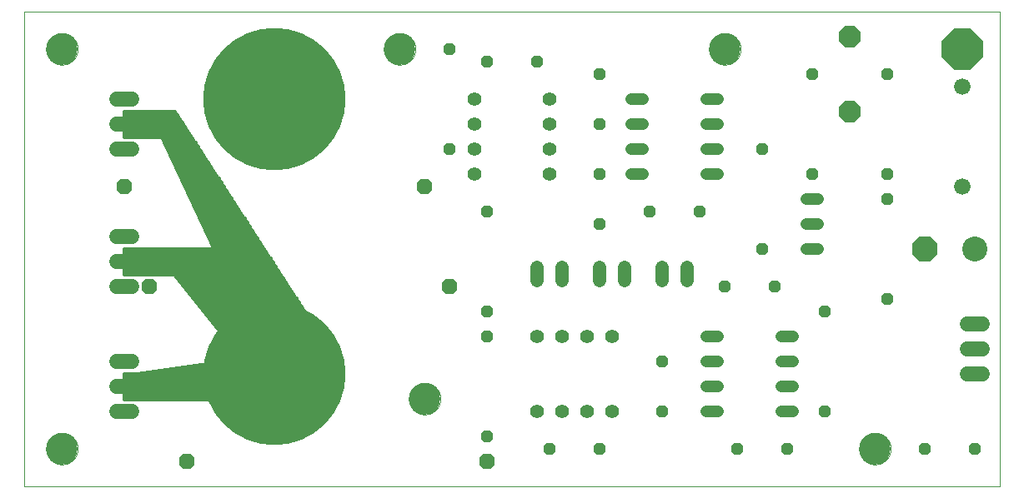
<source format=gts>
G75*
%MOIN*%
%OFA0B0*%
%FSLAX25Y25*%
%IPPOS*%
%LPD*%
%AMOC8*
5,1,8,0,0,1.08239X$1,22.5*
%
%ADD10C,0.00000*%
%ADD11C,0.12598*%
%ADD12C,0.01600*%
%ADD13C,0.10000*%
%ADD14OC8,0.10000*%
%ADD15OC8,0.04800*%
%ADD16C,0.04800*%
%ADD17C,0.05512*%
%ADD18C,0.05400*%
%ADD19OC8,0.16400*%
%ADD20C,0.57000*%
%ADD21C,0.06000*%
%ADD22OC8,0.06300*%
%ADD23C,0.06600*%
%ADD24OC8,0.08500*%
D10*
X0003000Y0003000D02*
X0003000Y0193000D01*
X0393000Y0193000D01*
X0393000Y0003000D01*
X0003000Y0003000D01*
X0011701Y0018000D02*
X0011703Y0018158D01*
X0011709Y0018316D01*
X0011719Y0018474D01*
X0011733Y0018632D01*
X0011751Y0018789D01*
X0011772Y0018946D01*
X0011798Y0019102D01*
X0011828Y0019258D01*
X0011861Y0019413D01*
X0011899Y0019566D01*
X0011940Y0019719D01*
X0011985Y0019871D01*
X0012034Y0020022D01*
X0012087Y0020171D01*
X0012143Y0020319D01*
X0012203Y0020465D01*
X0012267Y0020610D01*
X0012335Y0020753D01*
X0012406Y0020895D01*
X0012480Y0021035D01*
X0012558Y0021172D01*
X0012640Y0021308D01*
X0012724Y0021442D01*
X0012813Y0021573D01*
X0012904Y0021702D01*
X0012999Y0021829D01*
X0013096Y0021954D01*
X0013197Y0022076D01*
X0013301Y0022195D01*
X0013408Y0022312D01*
X0013518Y0022426D01*
X0013631Y0022537D01*
X0013746Y0022646D01*
X0013864Y0022751D01*
X0013985Y0022853D01*
X0014108Y0022953D01*
X0014234Y0023049D01*
X0014362Y0023142D01*
X0014492Y0023232D01*
X0014625Y0023318D01*
X0014760Y0023402D01*
X0014896Y0023481D01*
X0015035Y0023558D01*
X0015176Y0023630D01*
X0015318Y0023700D01*
X0015462Y0023765D01*
X0015608Y0023827D01*
X0015755Y0023885D01*
X0015904Y0023940D01*
X0016054Y0023991D01*
X0016205Y0024038D01*
X0016357Y0024081D01*
X0016510Y0024120D01*
X0016665Y0024156D01*
X0016820Y0024187D01*
X0016976Y0024215D01*
X0017132Y0024239D01*
X0017289Y0024259D01*
X0017447Y0024275D01*
X0017604Y0024287D01*
X0017763Y0024295D01*
X0017921Y0024299D01*
X0018079Y0024299D01*
X0018237Y0024295D01*
X0018396Y0024287D01*
X0018553Y0024275D01*
X0018711Y0024259D01*
X0018868Y0024239D01*
X0019024Y0024215D01*
X0019180Y0024187D01*
X0019335Y0024156D01*
X0019490Y0024120D01*
X0019643Y0024081D01*
X0019795Y0024038D01*
X0019946Y0023991D01*
X0020096Y0023940D01*
X0020245Y0023885D01*
X0020392Y0023827D01*
X0020538Y0023765D01*
X0020682Y0023700D01*
X0020824Y0023630D01*
X0020965Y0023558D01*
X0021104Y0023481D01*
X0021240Y0023402D01*
X0021375Y0023318D01*
X0021508Y0023232D01*
X0021638Y0023142D01*
X0021766Y0023049D01*
X0021892Y0022953D01*
X0022015Y0022853D01*
X0022136Y0022751D01*
X0022254Y0022646D01*
X0022369Y0022537D01*
X0022482Y0022426D01*
X0022592Y0022312D01*
X0022699Y0022195D01*
X0022803Y0022076D01*
X0022904Y0021954D01*
X0023001Y0021829D01*
X0023096Y0021702D01*
X0023187Y0021573D01*
X0023276Y0021442D01*
X0023360Y0021308D01*
X0023442Y0021172D01*
X0023520Y0021035D01*
X0023594Y0020895D01*
X0023665Y0020753D01*
X0023733Y0020610D01*
X0023797Y0020465D01*
X0023857Y0020319D01*
X0023913Y0020171D01*
X0023966Y0020022D01*
X0024015Y0019871D01*
X0024060Y0019719D01*
X0024101Y0019566D01*
X0024139Y0019413D01*
X0024172Y0019258D01*
X0024202Y0019102D01*
X0024228Y0018946D01*
X0024249Y0018789D01*
X0024267Y0018632D01*
X0024281Y0018474D01*
X0024291Y0018316D01*
X0024297Y0018158D01*
X0024299Y0018000D01*
X0024297Y0017842D01*
X0024291Y0017684D01*
X0024281Y0017526D01*
X0024267Y0017368D01*
X0024249Y0017211D01*
X0024228Y0017054D01*
X0024202Y0016898D01*
X0024172Y0016742D01*
X0024139Y0016587D01*
X0024101Y0016434D01*
X0024060Y0016281D01*
X0024015Y0016129D01*
X0023966Y0015978D01*
X0023913Y0015829D01*
X0023857Y0015681D01*
X0023797Y0015535D01*
X0023733Y0015390D01*
X0023665Y0015247D01*
X0023594Y0015105D01*
X0023520Y0014965D01*
X0023442Y0014828D01*
X0023360Y0014692D01*
X0023276Y0014558D01*
X0023187Y0014427D01*
X0023096Y0014298D01*
X0023001Y0014171D01*
X0022904Y0014046D01*
X0022803Y0013924D01*
X0022699Y0013805D01*
X0022592Y0013688D01*
X0022482Y0013574D01*
X0022369Y0013463D01*
X0022254Y0013354D01*
X0022136Y0013249D01*
X0022015Y0013147D01*
X0021892Y0013047D01*
X0021766Y0012951D01*
X0021638Y0012858D01*
X0021508Y0012768D01*
X0021375Y0012682D01*
X0021240Y0012598D01*
X0021104Y0012519D01*
X0020965Y0012442D01*
X0020824Y0012370D01*
X0020682Y0012300D01*
X0020538Y0012235D01*
X0020392Y0012173D01*
X0020245Y0012115D01*
X0020096Y0012060D01*
X0019946Y0012009D01*
X0019795Y0011962D01*
X0019643Y0011919D01*
X0019490Y0011880D01*
X0019335Y0011844D01*
X0019180Y0011813D01*
X0019024Y0011785D01*
X0018868Y0011761D01*
X0018711Y0011741D01*
X0018553Y0011725D01*
X0018396Y0011713D01*
X0018237Y0011705D01*
X0018079Y0011701D01*
X0017921Y0011701D01*
X0017763Y0011705D01*
X0017604Y0011713D01*
X0017447Y0011725D01*
X0017289Y0011741D01*
X0017132Y0011761D01*
X0016976Y0011785D01*
X0016820Y0011813D01*
X0016665Y0011844D01*
X0016510Y0011880D01*
X0016357Y0011919D01*
X0016205Y0011962D01*
X0016054Y0012009D01*
X0015904Y0012060D01*
X0015755Y0012115D01*
X0015608Y0012173D01*
X0015462Y0012235D01*
X0015318Y0012300D01*
X0015176Y0012370D01*
X0015035Y0012442D01*
X0014896Y0012519D01*
X0014760Y0012598D01*
X0014625Y0012682D01*
X0014492Y0012768D01*
X0014362Y0012858D01*
X0014234Y0012951D01*
X0014108Y0013047D01*
X0013985Y0013147D01*
X0013864Y0013249D01*
X0013746Y0013354D01*
X0013631Y0013463D01*
X0013518Y0013574D01*
X0013408Y0013688D01*
X0013301Y0013805D01*
X0013197Y0013924D01*
X0013096Y0014046D01*
X0012999Y0014171D01*
X0012904Y0014298D01*
X0012813Y0014427D01*
X0012724Y0014558D01*
X0012640Y0014692D01*
X0012558Y0014828D01*
X0012480Y0014965D01*
X0012406Y0015105D01*
X0012335Y0015247D01*
X0012267Y0015390D01*
X0012203Y0015535D01*
X0012143Y0015681D01*
X0012087Y0015829D01*
X0012034Y0015978D01*
X0011985Y0016129D01*
X0011940Y0016281D01*
X0011899Y0016434D01*
X0011861Y0016587D01*
X0011828Y0016742D01*
X0011798Y0016898D01*
X0011772Y0017054D01*
X0011751Y0017211D01*
X0011733Y0017368D01*
X0011719Y0017526D01*
X0011709Y0017684D01*
X0011703Y0017842D01*
X0011701Y0018000D01*
X0156701Y0038000D02*
X0156703Y0038158D01*
X0156709Y0038316D01*
X0156719Y0038474D01*
X0156733Y0038632D01*
X0156751Y0038789D01*
X0156772Y0038946D01*
X0156798Y0039102D01*
X0156828Y0039258D01*
X0156861Y0039413D01*
X0156899Y0039566D01*
X0156940Y0039719D01*
X0156985Y0039871D01*
X0157034Y0040022D01*
X0157087Y0040171D01*
X0157143Y0040319D01*
X0157203Y0040465D01*
X0157267Y0040610D01*
X0157335Y0040753D01*
X0157406Y0040895D01*
X0157480Y0041035D01*
X0157558Y0041172D01*
X0157640Y0041308D01*
X0157724Y0041442D01*
X0157813Y0041573D01*
X0157904Y0041702D01*
X0157999Y0041829D01*
X0158096Y0041954D01*
X0158197Y0042076D01*
X0158301Y0042195D01*
X0158408Y0042312D01*
X0158518Y0042426D01*
X0158631Y0042537D01*
X0158746Y0042646D01*
X0158864Y0042751D01*
X0158985Y0042853D01*
X0159108Y0042953D01*
X0159234Y0043049D01*
X0159362Y0043142D01*
X0159492Y0043232D01*
X0159625Y0043318D01*
X0159760Y0043402D01*
X0159896Y0043481D01*
X0160035Y0043558D01*
X0160176Y0043630D01*
X0160318Y0043700D01*
X0160462Y0043765D01*
X0160608Y0043827D01*
X0160755Y0043885D01*
X0160904Y0043940D01*
X0161054Y0043991D01*
X0161205Y0044038D01*
X0161357Y0044081D01*
X0161510Y0044120D01*
X0161665Y0044156D01*
X0161820Y0044187D01*
X0161976Y0044215D01*
X0162132Y0044239D01*
X0162289Y0044259D01*
X0162447Y0044275D01*
X0162604Y0044287D01*
X0162763Y0044295D01*
X0162921Y0044299D01*
X0163079Y0044299D01*
X0163237Y0044295D01*
X0163396Y0044287D01*
X0163553Y0044275D01*
X0163711Y0044259D01*
X0163868Y0044239D01*
X0164024Y0044215D01*
X0164180Y0044187D01*
X0164335Y0044156D01*
X0164490Y0044120D01*
X0164643Y0044081D01*
X0164795Y0044038D01*
X0164946Y0043991D01*
X0165096Y0043940D01*
X0165245Y0043885D01*
X0165392Y0043827D01*
X0165538Y0043765D01*
X0165682Y0043700D01*
X0165824Y0043630D01*
X0165965Y0043558D01*
X0166104Y0043481D01*
X0166240Y0043402D01*
X0166375Y0043318D01*
X0166508Y0043232D01*
X0166638Y0043142D01*
X0166766Y0043049D01*
X0166892Y0042953D01*
X0167015Y0042853D01*
X0167136Y0042751D01*
X0167254Y0042646D01*
X0167369Y0042537D01*
X0167482Y0042426D01*
X0167592Y0042312D01*
X0167699Y0042195D01*
X0167803Y0042076D01*
X0167904Y0041954D01*
X0168001Y0041829D01*
X0168096Y0041702D01*
X0168187Y0041573D01*
X0168276Y0041442D01*
X0168360Y0041308D01*
X0168442Y0041172D01*
X0168520Y0041035D01*
X0168594Y0040895D01*
X0168665Y0040753D01*
X0168733Y0040610D01*
X0168797Y0040465D01*
X0168857Y0040319D01*
X0168913Y0040171D01*
X0168966Y0040022D01*
X0169015Y0039871D01*
X0169060Y0039719D01*
X0169101Y0039566D01*
X0169139Y0039413D01*
X0169172Y0039258D01*
X0169202Y0039102D01*
X0169228Y0038946D01*
X0169249Y0038789D01*
X0169267Y0038632D01*
X0169281Y0038474D01*
X0169291Y0038316D01*
X0169297Y0038158D01*
X0169299Y0038000D01*
X0169297Y0037842D01*
X0169291Y0037684D01*
X0169281Y0037526D01*
X0169267Y0037368D01*
X0169249Y0037211D01*
X0169228Y0037054D01*
X0169202Y0036898D01*
X0169172Y0036742D01*
X0169139Y0036587D01*
X0169101Y0036434D01*
X0169060Y0036281D01*
X0169015Y0036129D01*
X0168966Y0035978D01*
X0168913Y0035829D01*
X0168857Y0035681D01*
X0168797Y0035535D01*
X0168733Y0035390D01*
X0168665Y0035247D01*
X0168594Y0035105D01*
X0168520Y0034965D01*
X0168442Y0034828D01*
X0168360Y0034692D01*
X0168276Y0034558D01*
X0168187Y0034427D01*
X0168096Y0034298D01*
X0168001Y0034171D01*
X0167904Y0034046D01*
X0167803Y0033924D01*
X0167699Y0033805D01*
X0167592Y0033688D01*
X0167482Y0033574D01*
X0167369Y0033463D01*
X0167254Y0033354D01*
X0167136Y0033249D01*
X0167015Y0033147D01*
X0166892Y0033047D01*
X0166766Y0032951D01*
X0166638Y0032858D01*
X0166508Y0032768D01*
X0166375Y0032682D01*
X0166240Y0032598D01*
X0166104Y0032519D01*
X0165965Y0032442D01*
X0165824Y0032370D01*
X0165682Y0032300D01*
X0165538Y0032235D01*
X0165392Y0032173D01*
X0165245Y0032115D01*
X0165096Y0032060D01*
X0164946Y0032009D01*
X0164795Y0031962D01*
X0164643Y0031919D01*
X0164490Y0031880D01*
X0164335Y0031844D01*
X0164180Y0031813D01*
X0164024Y0031785D01*
X0163868Y0031761D01*
X0163711Y0031741D01*
X0163553Y0031725D01*
X0163396Y0031713D01*
X0163237Y0031705D01*
X0163079Y0031701D01*
X0162921Y0031701D01*
X0162763Y0031705D01*
X0162604Y0031713D01*
X0162447Y0031725D01*
X0162289Y0031741D01*
X0162132Y0031761D01*
X0161976Y0031785D01*
X0161820Y0031813D01*
X0161665Y0031844D01*
X0161510Y0031880D01*
X0161357Y0031919D01*
X0161205Y0031962D01*
X0161054Y0032009D01*
X0160904Y0032060D01*
X0160755Y0032115D01*
X0160608Y0032173D01*
X0160462Y0032235D01*
X0160318Y0032300D01*
X0160176Y0032370D01*
X0160035Y0032442D01*
X0159896Y0032519D01*
X0159760Y0032598D01*
X0159625Y0032682D01*
X0159492Y0032768D01*
X0159362Y0032858D01*
X0159234Y0032951D01*
X0159108Y0033047D01*
X0158985Y0033147D01*
X0158864Y0033249D01*
X0158746Y0033354D01*
X0158631Y0033463D01*
X0158518Y0033574D01*
X0158408Y0033688D01*
X0158301Y0033805D01*
X0158197Y0033924D01*
X0158096Y0034046D01*
X0157999Y0034171D01*
X0157904Y0034298D01*
X0157813Y0034427D01*
X0157724Y0034558D01*
X0157640Y0034692D01*
X0157558Y0034828D01*
X0157480Y0034965D01*
X0157406Y0035105D01*
X0157335Y0035247D01*
X0157267Y0035390D01*
X0157203Y0035535D01*
X0157143Y0035681D01*
X0157087Y0035829D01*
X0157034Y0035978D01*
X0156985Y0036129D01*
X0156940Y0036281D01*
X0156899Y0036434D01*
X0156861Y0036587D01*
X0156828Y0036742D01*
X0156798Y0036898D01*
X0156772Y0037054D01*
X0156751Y0037211D01*
X0156733Y0037368D01*
X0156719Y0037526D01*
X0156709Y0037684D01*
X0156703Y0037842D01*
X0156701Y0038000D01*
X0336701Y0018000D02*
X0336703Y0018158D01*
X0336709Y0018316D01*
X0336719Y0018474D01*
X0336733Y0018632D01*
X0336751Y0018789D01*
X0336772Y0018946D01*
X0336798Y0019102D01*
X0336828Y0019258D01*
X0336861Y0019413D01*
X0336899Y0019566D01*
X0336940Y0019719D01*
X0336985Y0019871D01*
X0337034Y0020022D01*
X0337087Y0020171D01*
X0337143Y0020319D01*
X0337203Y0020465D01*
X0337267Y0020610D01*
X0337335Y0020753D01*
X0337406Y0020895D01*
X0337480Y0021035D01*
X0337558Y0021172D01*
X0337640Y0021308D01*
X0337724Y0021442D01*
X0337813Y0021573D01*
X0337904Y0021702D01*
X0337999Y0021829D01*
X0338096Y0021954D01*
X0338197Y0022076D01*
X0338301Y0022195D01*
X0338408Y0022312D01*
X0338518Y0022426D01*
X0338631Y0022537D01*
X0338746Y0022646D01*
X0338864Y0022751D01*
X0338985Y0022853D01*
X0339108Y0022953D01*
X0339234Y0023049D01*
X0339362Y0023142D01*
X0339492Y0023232D01*
X0339625Y0023318D01*
X0339760Y0023402D01*
X0339896Y0023481D01*
X0340035Y0023558D01*
X0340176Y0023630D01*
X0340318Y0023700D01*
X0340462Y0023765D01*
X0340608Y0023827D01*
X0340755Y0023885D01*
X0340904Y0023940D01*
X0341054Y0023991D01*
X0341205Y0024038D01*
X0341357Y0024081D01*
X0341510Y0024120D01*
X0341665Y0024156D01*
X0341820Y0024187D01*
X0341976Y0024215D01*
X0342132Y0024239D01*
X0342289Y0024259D01*
X0342447Y0024275D01*
X0342604Y0024287D01*
X0342763Y0024295D01*
X0342921Y0024299D01*
X0343079Y0024299D01*
X0343237Y0024295D01*
X0343396Y0024287D01*
X0343553Y0024275D01*
X0343711Y0024259D01*
X0343868Y0024239D01*
X0344024Y0024215D01*
X0344180Y0024187D01*
X0344335Y0024156D01*
X0344490Y0024120D01*
X0344643Y0024081D01*
X0344795Y0024038D01*
X0344946Y0023991D01*
X0345096Y0023940D01*
X0345245Y0023885D01*
X0345392Y0023827D01*
X0345538Y0023765D01*
X0345682Y0023700D01*
X0345824Y0023630D01*
X0345965Y0023558D01*
X0346104Y0023481D01*
X0346240Y0023402D01*
X0346375Y0023318D01*
X0346508Y0023232D01*
X0346638Y0023142D01*
X0346766Y0023049D01*
X0346892Y0022953D01*
X0347015Y0022853D01*
X0347136Y0022751D01*
X0347254Y0022646D01*
X0347369Y0022537D01*
X0347482Y0022426D01*
X0347592Y0022312D01*
X0347699Y0022195D01*
X0347803Y0022076D01*
X0347904Y0021954D01*
X0348001Y0021829D01*
X0348096Y0021702D01*
X0348187Y0021573D01*
X0348276Y0021442D01*
X0348360Y0021308D01*
X0348442Y0021172D01*
X0348520Y0021035D01*
X0348594Y0020895D01*
X0348665Y0020753D01*
X0348733Y0020610D01*
X0348797Y0020465D01*
X0348857Y0020319D01*
X0348913Y0020171D01*
X0348966Y0020022D01*
X0349015Y0019871D01*
X0349060Y0019719D01*
X0349101Y0019566D01*
X0349139Y0019413D01*
X0349172Y0019258D01*
X0349202Y0019102D01*
X0349228Y0018946D01*
X0349249Y0018789D01*
X0349267Y0018632D01*
X0349281Y0018474D01*
X0349291Y0018316D01*
X0349297Y0018158D01*
X0349299Y0018000D01*
X0349297Y0017842D01*
X0349291Y0017684D01*
X0349281Y0017526D01*
X0349267Y0017368D01*
X0349249Y0017211D01*
X0349228Y0017054D01*
X0349202Y0016898D01*
X0349172Y0016742D01*
X0349139Y0016587D01*
X0349101Y0016434D01*
X0349060Y0016281D01*
X0349015Y0016129D01*
X0348966Y0015978D01*
X0348913Y0015829D01*
X0348857Y0015681D01*
X0348797Y0015535D01*
X0348733Y0015390D01*
X0348665Y0015247D01*
X0348594Y0015105D01*
X0348520Y0014965D01*
X0348442Y0014828D01*
X0348360Y0014692D01*
X0348276Y0014558D01*
X0348187Y0014427D01*
X0348096Y0014298D01*
X0348001Y0014171D01*
X0347904Y0014046D01*
X0347803Y0013924D01*
X0347699Y0013805D01*
X0347592Y0013688D01*
X0347482Y0013574D01*
X0347369Y0013463D01*
X0347254Y0013354D01*
X0347136Y0013249D01*
X0347015Y0013147D01*
X0346892Y0013047D01*
X0346766Y0012951D01*
X0346638Y0012858D01*
X0346508Y0012768D01*
X0346375Y0012682D01*
X0346240Y0012598D01*
X0346104Y0012519D01*
X0345965Y0012442D01*
X0345824Y0012370D01*
X0345682Y0012300D01*
X0345538Y0012235D01*
X0345392Y0012173D01*
X0345245Y0012115D01*
X0345096Y0012060D01*
X0344946Y0012009D01*
X0344795Y0011962D01*
X0344643Y0011919D01*
X0344490Y0011880D01*
X0344335Y0011844D01*
X0344180Y0011813D01*
X0344024Y0011785D01*
X0343868Y0011761D01*
X0343711Y0011741D01*
X0343553Y0011725D01*
X0343396Y0011713D01*
X0343237Y0011705D01*
X0343079Y0011701D01*
X0342921Y0011701D01*
X0342763Y0011705D01*
X0342604Y0011713D01*
X0342447Y0011725D01*
X0342289Y0011741D01*
X0342132Y0011761D01*
X0341976Y0011785D01*
X0341820Y0011813D01*
X0341665Y0011844D01*
X0341510Y0011880D01*
X0341357Y0011919D01*
X0341205Y0011962D01*
X0341054Y0012009D01*
X0340904Y0012060D01*
X0340755Y0012115D01*
X0340608Y0012173D01*
X0340462Y0012235D01*
X0340318Y0012300D01*
X0340176Y0012370D01*
X0340035Y0012442D01*
X0339896Y0012519D01*
X0339760Y0012598D01*
X0339625Y0012682D01*
X0339492Y0012768D01*
X0339362Y0012858D01*
X0339234Y0012951D01*
X0339108Y0013047D01*
X0338985Y0013147D01*
X0338864Y0013249D01*
X0338746Y0013354D01*
X0338631Y0013463D01*
X0338518Y0013574D01*
X0338408Y0013688D01*
X0338301Y0013805D01*
X0338197Y0013924D01*
X0338096Y0014046D01*
X0337999Y0014171D01*
X0337904Y0014298D01*
X0337813Y0014427D01*
X0337724Y0014558D01*
X0337640Y0014692D01*
X0337558Y0014828D01*
X0337480Y0014965D01*
X0337406Y0015105D01*
X0337335Y0015247D01*
X0337267Y0015390D01*
X0337203Y0015535D01*
X0337143Y0015681D01*
X0337087Y0015829D01*
X0337034Y0015978D01*
X0336985Y0016129D01*
X0336940Y0016281D01*
X0336899Y0016434D01*
X0336861Y0016587D01*
X0336828Y0016742D01*
X0336798Y0016898D01*
X0336772Y0017054D01*
X0336751Y0017211D01*
X0336733Y0017368D01*
X0336719Y0017526D01*
X0336709Y0017684D01*
X0336703Y0017842D01*
X0336701Y0018000D01*
X0276701Y0178000D02*
X0276703Y0178158D01*
X0276709Y0178316D01*
X0276719Y0178474D01*
X0276733Y0178632D01*
X0276751Y0178789D01*
X0276772Y0178946D01*
X0276798Y0179102D01*
X0276828Y0179258D01*
X0276861Y0179413D01*
X0276899Y0179566D01*
X0276940Y0179719D01*
X0276985Y0179871D01*
X0277034Y0180022D01*
X0277087Y0180171D01*
X0277143Y0180319D01*
X0277203Y0180465D01*
X0277267Y0180610D01*
X0277335Y0180753D01*
X0277406Y0180895D01*
X0277480Y0181035D01*
X0277558Y0181172D01*
X0277640Y0181308D01*
X0277724Y0181442D01*
X0277813Y0181573D01*
X0277904Y0181702D01*
X0277999Y0181829D01*
X0278096Y0181954D01*
X0278197Y0182076D01*
X0278301Y0182195D01*
X0278408Y0182312D01*
X0278518Y0182426D01*
X0278631Y0182537D01*
X0278746Y0182646D01*
X0278864Y0182751D01*
X0278985Y0182853D01*
X0279108Y0182953D01*
X0279234Y0183049D01*
X0279362Y0183142D01*
X0279492Y0183232D01*
X0279625Y0183318D01*
X0279760Y0183402D01*
X0279896Y0183481D01*
X0280035Y0183558D01*
X0280176Y0183630D01*
X0280318Y0183700D01*
X0280462Y0183765D01*
X0280608Y0183827D01*
X0280755Y0183885D01*
X0280904Y0183940D01*
X0281054Y0183991D01*
X0281205Y0184038D01*
X0281357Y0184081D01*
X0281510Y0184120D01*
X0281665Y0184156D01*
X0281820Y0184187D01*
X0281976Y0184215D01*
X0282132Y0184239D01*
X0282289Y0184259D01*
X0282447Y0184275D01*
X0282604Y0184287D01*
X0282763Y0184295D01*
X0282921Y0184299D01*
X0283079Y0184299D01*
X0283237Y0184295D01*
X0283396Y0184287D01*
X0283553Y0184275D01*
X0283711Y0184259D01*
X0283868Y0184239D01*
X0284024Y0184215D01*
X0284180Y0184187D01*
X0284335Y0184156D01*
X0284490Y0184120D01*
X0284643Y0184081D01*
X0284795Y0184038D01*
X0284946Y0183991D01*
X0285096Y0183940D01*
X0285245Y0183885D01*
X0285392Y0183827D01*
X0285538Y0183765D01*
X0285682Y0183700D01*
X0285824Y0183630D01*
X0285965Y0183558D01*
X0286104Y0183481D01*
X0286240Y0183402D01*
X0286375Y0183318D01*
X0286508Y0183232D01*
X0286638Y0183142D01*
X0286766Y0183049D01*
X0286892Y0182953D01*
X0287015Y0182853D01*
X0287136Y0182751D01*
X0287254Y0182646D01*
X0287369Y0182537D01*
X0287482Y0182426D01*
X0287592Y0182312D01*
X0287699Y0182195D01*
X0287803Y0182076D01*
X0287904Y0181954D01*
X0288001Y0181829D01*
X0288096Y0181702D01*
X0288187Y0181573D01*
X0288276Y0181442D01*
X0288360Y0181308D01*
X0288442Y0181172D01*
X0288520Y0181035D01*
X0288594Y0180895D01*
X0288665Y0180753D01*
X0288733Y0180610D01*
X0288797Y0180465D01*
X0288857Y0180319D01*
X0288913Y0180171D01*
X0288966Y0180022D01*
X0289015Y0179871D01*
X0289060Y0179719D01*
X0289101Y0179566D01*
X0289139Y0179413D01*
X0289172Y0179258D01*
X0289202Y0179102D01*
X0289228Y0178946D01*
X0289249Y0178789D01*
X0289267Y0178632D01*
X0289281Y0178474D01*
X0289291Y0178316D01*
X0289297Y0178158D01*
X0289299Y0178000D01*
X0289297Y0177842D01*
X0289291Y0177684D01*
X0289281Y0177526D01*
X0289267Y0177368D01*
X0289249Y0177211D01*
X0289228Y0177054D01*
X0289202Y0176898D01*
X0289172Y0176742D01*
X0289139Y0176587D01*
X0289101Y0176434D01*
X0289060Y0176281D01*
X0289015Y0176129D01*
X0288966Y0175978D01*
X0288913Y0175829D01*
X0288857Y0175681D01*
X0288797Y0175535D01*
X0288733Y0175390D01*
X0288665Y0175247D01*
X0288594Y0175105D01*
X0288520Y0174965D01*
X0288442Y0174828D01*
X0288360Y0174692D01*
X0288276Y0174558D01*
X0288187Y0174427D01*
X0288096Y0174298D01*
X0288001Y0174171D01*
X0287904Y0174046D01*
X0287803Y0173924D01*
X0287699Y0173805D01*
X0287592Y0173688D01*
X0287482Y0173574D01*
X0287369Y0173463D01*
X0287254Y0173354D01*
X0287136Y0173249D01*
X0287015Y0173147D01*
X0286892Y0173047D01*
X0286766Y0172951D01*
X0286638Y0172858D01*
X0286508Y0172768D01*
X0286375Y0172682D01*
X0286240Y0172598D01*
X0286104Y0172519D01*
X0285965Y0172442D01*
X0285824Y0172370D01*
X0285682Y0172300D01*
X0285538Y0172235D01*
X0285392Y0172173D01*
X0285245Y0172115D01*
X0285096Y0172060D01*
X0284946Y0172009D01*
X0284795Y0171962D01*
X0284643Y0171919D01*
X0284490Y0171880D01*
X0284335Y0171844D01*
X0284180Y0171813D01*
X0284024Y0171785D01*
X0283868Y0171761D01*
X0283711Y0171741D01*
X0283553Y0171725D01*
X0283396Y0171713D01*
X0283237Y0171705D01*
X0283079Y0171701D01*
X0282921Y0171701D01*
X0282763Y0171705D01*
X0282604Y0171713D01*
X0282447Y0171725D01*
X0282289Y0171741D01*
X0282132Y0171761D01*
X0281976Y0171785D01*
X0281820Y0171813D01*
X0281665Y0171844D01*
X0281510Y0171880D01*
X0281357Y0171919D01*
X0281205Y0171962D01*
X0281054Y0172009D01*
X0280904Y0172060D01*
X0280755Y0172115D01*
X0280608Y0172173D01*
X0280462Y0172235D01*
X0280318Y0172300D01*
X0280176Y0172370D01*
X0280035Y0172442D01*
X0279896Y0172519D01*
X0279760Y0172598D01*
X0279625Y0172682D01*
X0279492Y0172768D01*
X0279362Y0172858D01*
X0279234Y0172951D01*
X0279108Y0173047D01*
X0278985Y0173147D01*
X0278864Y0173249D01*
X0278746Y0173354D01*
X0278631Y0173463D01*
X0278518Y0173574D01*
X0278408Y0173688D01*
X0278301Y0173805D01*
X0278197Y0173924D01*
X0278096Y0174046D01*
X0277999Y0174171D01*
X0277904Y0174298D01*
X0277813Y0174427D01*
X0277724Y0174558D01*
X0277640Y0174692D01*
X0277558Y0174828D01*
X0277480Y0174965D01*
X0277406Y0175105D01*
X0277335Y0175247D01*
X0277267Y0175390D01*
X0277203Y0175535D01*
X0277143Y0175681D01*
X0277087Y0175829D01*
X0277034Y0175978D01*
X0276985Y0176129D01*
X0276940Y0176281D01*
X0276899Y0176434D01*
X0276861Y0176587D01*
X0276828Y0176742D01*
X0276798Y0176898D01*
X0276772Y0177054D01*
X0276751Y0177211D01*
X0276733Y0177368D01*
X0276719Y0177526D01*
X0276709Y0177684D01*
X0276703Y0177842D01*
X0276701Y0178000D01*
X0146701Y0178000D02*
X0146703Y0178158D01*
X0146709Y0178316D01*
X0146719Y0178474D01*
X0146733Y0178632D01*
X0146751Y0178789D01*
X0146772Y0178946D01*
X0146798Y0179102D01*
X0146828Y0179258D01*
X0146861Y0179413D01*
X0146899Y0179566D01*
X0146940Y0179719D01*
X0146985Y0179871D01*
X0147034Y0180022D01*
X0147087Y0180171D01*
X0147143Y0180319D01*
X0147203Y0180465D01*
X0147267Y0180610D01*
X0147335Y0180753D01*
X0147406Y0180895D01*
X0147480Y0181035D01*
X0147558Y0181172D01*
X0147640Y0181308D01*
X0147724Y0181442D01*
X0147813Y0181573D01*
X0147904Y0181702D01*
X0147999Y0181829D01*
X0148096Y0181954D01*
X0148197Y0182076D01*
X0148301Y0182195D01*
X0148408Y0182312D01*
X0148518Y0182426D01*
X0148631Y0182537D01*
X0148746Y0182646D01*
X0148864Y0182751D01*
X0148985Y0182853D01*
X0149108Y0182953D01*
X0149234Y0183049D01*
X0149362Y0183142D01*
X0149492Y0183232D01*
X0149625Y0183318D01*
X0149760Y0183402D01*
X0149896Y0183481D01*
X0150035Y0183558D01*
X0150176Y0183630D01*
X0150318Y0183700D01*
X0150462Y0183765D01*
X0150608Y0183827D01*
X0150755Y0183885D01*
X0150904Y0183940D01*
X0151054Y0183991D01*
X0151205Y0184038D01*
X0151357Y0184081D01*
X0151510Y0184120D01*
X0151665Y0184156D01*
X0151820Y0184187D01*
X0151976Y0184215D01*
X0152132Y0184239D01*
X0152289Y0184259D01*
X0152447Y0184275D01*
X0152604Y0184287D01*
X0152763Y0184295D01*
X0152921Y0184299D01*
X0153079Y0184299D01*
X0153237Y0184295D01*
X0153396Y0184287D01*
X0153553Y0184275D01*
X0153711Y0184259D01*
X0153868Y0184239D01*
X0154024Y0184215D01*
X0154180Y0184187D01*
X0154335Y0184156D01*
X0154490Y0184120D01*
X0154643Y0184081D01*
X0154795Y0184038D01*
X0154946Y0183991D01*
X0155096Y0183940D01*
X0155245Y0183885D01*
X0155392Y0183827D01*
X0155538Y0183765D01*
X0155682Y0183700D01*
X0155824Y0183630D01*
X0155965Y0183558D01*
X0156104Y0183481D01*
X0156240Y0183402D01*
X0156375Y0183318D01*
X0156508Y0183232D01*
X0156638Y0183142D01*
X0156766Y0183049D01*
X0156892Y0182953D01*
X0157015Y0182853D01*
X0157136Y0182751D01*
X0157254Y0182646D01*
X0157369Y0182537D01*
X0157482Y0182426D01*
X0157592Y0182312D01*
X0157699Y0182195D01*
X0157803Y0182076D01*
X0157904Y0181954D01*
X0158001Y0181829D01*
X0158096Y0181702D01*
X0158187Y0181573D01*
X0158276Y0181442D01*
X0158360Y0181308D01*
X0158442Y0181172D01*
X0158520Y0181035D01*
X0158594Y0180895D01*
X0158665Y0180753D01*
X0158733Y0180610D01*
X0158797Y0180465D01*
X0158857Y0180319D01*
X0158913Y0180171D01*
X0158966Y0180022D01*
X0159015Y0179871D01*
X0159060Y0179719D01*
X0159101Y0179566D01*
X0159139Y0179413D01*
X0159172Y0179258D01*
X0159202Y0179102D01*
X0159228Y0178946D01*
X0159249Y0178789D01*
X0159267Y0178632D01*
X0159281Y0178474D01*
X0159291Y0178316D01*
X0159297Y0178158D01*
X0159299Y0178000D01*
X0159297Y0177842D01*
X0159291Y0177684D01*
X0159281Y0177526D01*
X0159267Y0177368D01*
X0159249Y0177211D01*
X0159228Y0177054D01*
X0159202Y0176898D01*
X0159172Y0176742D01*
X0159139Y0176587D01*
X0159101Y0176434D01*
X0159060Y0176281D01*
X0159015Y0176129D01*
X0158966Y0175978D01*
X0158913Y0175829D01*
X0158857Y0175681D01*
X0158797Y0175535D01*
X0158733Y0175390D01*
X0158665Y0175247D01*
X0158594Y0175105D01*
X0158520Y0174965D01*
X0158442Y0174828D01*
X0158360Y0174692D01*
X0158276Y0174558D01*
X0158187Y0174427D01*
X0158096Y0174298D01*
X0158001Y0174171D01*
X0157904Y0174046D01*
X0157803Y0173924D01*
X0157699Y0173805D01*
X0157592Y0173688D01*
X0157482Y0173574D01*
X0157369Y0173463D01*
X0157254Y0173354D01*
X0157136Y0173249D01*
X0157015Y0173147D01*
X0156892Y0173047D01*
X0156766Y0172951D01*
X0156638Y0172858D01*
X0156508Y0172768D01*
X0156375Y0172682D01*
X0156240Y0172598D01*
X0156104Y0172519D01*
X0155965Y0172442D01*
X0155824Y0172370D01*
X0155682Y0172300D01*
X0155538Y0172235D01*
X0155392Y0172173D01*
X0155245Y0172115D01*
X0155096Y0172060D01*
X0154946Y0172009D01*
X0154795Y0171962D01*
X0154643Y0171919D01*
X0154490Y0171880D01*
X0154335Y0171844D01*
X0154180Y0171813D01*
X0154024Y0171785D01*
X0153868Y0171761D01*
X0153711Y0171741D01*
X0153553Y0171725D01*
X0153396Y0171713D01*
X0153237Y0171705D01*
X0153079Y0171701D01*
X0152921Y0171701D01*
X0152763Y0171705D01*
X0152604Y0171713D01*
X0152447Y0171725D01*
X0152289Y0171741D01*
X0152132Y0171761D01*
X0151976Y0171785D01*
X0151820Y0171813D01*
X0151665Y0171844D01*
X0151510Y0171880D01*
X0151357Y0171919D01*
X0151205Y0171962D01*
X0151054Y0172009D01*
X0150904Y0172060D01*
X0150755Y0172115D01*
X0150608Y0172173D01*
X0150462Y0172235D01*
X0150318Y0172300D01*
X0150176Y0172370D01*
X0150035Y0172442D01*
X0149896Y0172519D01*
X0149760Y0172598D01*
X0149625Y0172682D01*
X0149492Y0172768D01*
X0149362Y0172858D01*
X0149234Y0172951D01*
X0149108Y0173047D01*
X0148985Y0173147D01*
X0148864Y0173249D01*
X0148746Y0173354D01*
X0148631Y0173463D01*
X0148518Y0173574D01*
X0148408Y0173688D01*
X0148301Y0173805D01*
X0148197Y0173924D01*
X0148096Y0174046D01*
X0147999Y0174171D01*
X0147904Y0174298D01*
X0147813Y0174427D01*
X0147724Y0174558D01*
X0147640Y0174692D01*
X0147558Y0174828D01*
X0147480Y0174965D01*
X0147406Y0175105D01*
X0147335Y0175247D01*
X0147267Y0175390D01*
X0147203Y0175535D01*
X0147143Y0175681D01*
X0147087Y0175829D01*
X0147034Y0175978D01*
X0146985Y0176129D01*
X0146940Y0176281D01*
X0146899Y0176434D01*
X0146861Y0176587D01*
X0146828Y0176742D01*
X0146798Y0176898D01*
X0146772Y0177054D01*
X0146751Y0177211D01*
X0146733Y0177368D01*
X0146719Y0177526D01*
X0146709Y0177684D01*
X0146703Y0177842D01*
X0146701Y0178000D01*
X0011701Y0178000D02*
X0011703Y0178158D01*
X0011709Y0178316D01*
X0011719Y0178474D01*
X0011733Y0178632D01*
X0011751Y0178789D01*
X0011772Y0178946D01*
X0011798Y0179102D01*
X0011828Y0179258D01*
X0011861Y0179413D01*
X0011899Y0179566D01*
X0011940Y0179719D01*
X0011985Y0179871D01*
X0012034Y0180022D01*
X0012087Y0180171D01*
X0012143Y0180319D01*
X0012203Y0180465D01*
X0012267Y0180610D01*
X0012335Y0180753D01*
X0012406Y0180895D01*
X0012480Y0181035D01*
X0012558Y0181172D01*
X0012640Y0181308D01*
X0012724Y0181442D01*
X0012813Y0181573D01*
X0012904Y0181702D01*
X0012999Y0181829D01*
X0013096Y0181954D01*
X0013197Y0182076D01*
X0013301Y0182195D01*
X0013408Y0182312D01*
X0013518Y0182426D01*
X0013631Y0182537D01*
X0013746Y0182646D01*
X0013864Y0182751D01*
X0013985Y0182853D01*
X0014108Y0182953D01*
X0014234Y0183049D01*
X0014362Y0183142D01*
X0014492Y0183232D01*
X0014625Y0183318D01*
X0014760Y0183402D01*
X0014896Y0183481D01*
X0015035Y0183558D01*
X0015176Y0183630D01*
X0015318Y0183700D01*
X0015462Y0183765D01*
X0015608Y0183827D01*
X0015755Y0183885D01*
X0015904Y0183940D01*
X0016054Y0183991D01*
X0016205Y0184038D01*
X0016357Y0184081D01*
X0016510Y0184120D01*
X0016665Y0184156D01*
X0016820Y0184187D01*
X0016976Y0184215D01*
X0017132Y0184239D01*
X0017289Y0184259D01*
X0017447Y0184275D01*
X0017604Y0184287D01*
X0017763Y0184295D01*
X0017921Y0184299D01*
X0018079Y0184299D01*
X0018237Y0184295D01*
X0018396Y0184287D01*
X0018553Y0184275D01*
X0018711Y0184259D01*
X0018868Y0184239D01*
X0019024Y0184215D01*
X0019180Y0184187D01*
X0019335Y0184156D01*
X0019490Y0184120D01*
X0019643Y0184081D01*
X0019795Y0184038D01*
X0019946Y0183991D01*
X0020096Y0183940D01*
X0020245Y0183885D01*
X0020392Y0183827D01*
X0020538Y0183765D01*
X0020682Y0183700D01*
X0020824Y0183630D01*
X0020965Y0183558D01*
X0021104Y0183481D01*
X0021240Y0183402D01*
X0021375Y0183318D01*
X0021508Y0183232D01*
X0021638Y0183142D01*
X0021766Y0183049D01*
X0021892Y0182953D01*
X0022015Y0182853D01*
X0022136Y0182751D01*
X0022254Y0182646D01*
X0022369Y0182537D01*
X0022482Y0182426D01*
X0022592Y0182312D01*
X0022699Y0182195D01*
X0022803Y0182076D01*
X0022904Y0181954D01*
X0023001Y0181829D01*
X0023096Y0181702D01*
X0023187Y0181573D01*
X0023276Y0181442D01*
X0023360Y0181308D01*
X0023442Y0181172D01*
X0023520Y0181035D01*
X0023594Y0180895D01*
X0023665Y0180753D01*
X0023733Y0180610D01*
X0023797Y0180465D01*
X0023857Y0180319D01*
X0023913Y0180171D01*
X0023966Y0180022D01*
X0024015Y0179871D01*
X0024060Y0179719D01*
X0024101Y0179566D01*
X0024139Y0179413D01*
X0024172Y0179258D01*
X0024202Y0179102D01*
X0024228Y0178946D01*
X0024249Y0178789D01*
X0024267Y0178632D01*
X0024281Y0178474D01*
X0024291Y0178316D01*
X0024297Y0178158D01*
X0024299Y0178000D01*
X0024297Y0177842D01*
X0024291Y0177684D01*
X0024281Y0177526D01*
X0024267Y0177368D01*
X0024249Y0177211D01*
X0024228Y0177054D01*
X0024202Y0176898D01*
X0024172Y0176742D01*
X0024139Y0176587D01*
X0024101Y0176434D01*
X0024060Y0176281D01*
X0024015Y0176129D01*
X0023966Y0175978D01*
X0023913Y0175829D01*
X0023857Y0175681D01*
X0023797Y0175535D01*
X0023733Y0175390D01*
X0023665Y0175247D01*
X0023594Y0175105D01*
X0023520Y0174965D01*
X0023442Y0174828D01*
X0023360Y0174692D01*
X0023276Y0174558D01*
X0023187Y0174427D01*
X0023096Y0174298D01*
X0023001Y0174171D01*
X0022904Y0174046D01*
X0022803Y0173924D01*
X0022699Y0173805D01*
X0022592Y0173688D01*
X0022482Y0173574D01*
X0022369Y0173463D01*
X0022254Y0173354D01*
X0022136Y0173249D01*
X0022015Y0173147D01*
X0021892Y0173047D01*
X0021766Y0172951D01*
X0021638Y0172858D01*
X0021508Y0172768D01*
X0021375Y0172682D01*
X0021240Y0172598D01*
X0021104Y0172519D01*
X0020965Y0172442D01*
X0020824Y0172370D01*
X0020682Y0172300D01*
X0020538Y0172235D01*
X0020392Y0172173D01*
X0020245Y0172115D01*
X0020096Y0172060D01*
X0019946Y0172009D01*
X0019795Y0171962D01*
X0019643Y0171919D01*
X0019490Y0171880D01*
X0019335Y0171844D01*
X0019180Y0171813D01*
X0019024Y0171785D01*
X0018868Y0171761D01*
X0018711Y0171741D01*
X0018553Y0171725D01*
X0018396Y0171713D01*
X0018237Y0171705D01*
X0018079Y0171701D01*
X0017921Y0171701D01*
X0017763Y0171705D01*
X0017604Y0171713D01*
X0017447Y0171725D01*
X0017289Y0171741D01*
X0017132Y0171761D01*
X0016976Y0171785D01*
X0016820Y0171813D01*
X0016665Y0171844D01*
X0016510Y0171880D01*
X0016357Y0171919D01*
X0016205Y0171962D01*
X0016054Y0172009D01*
X0015904Y0172060D01*
X0015755Y0172115D01*
X0015608Y0172173D01*
X0015462Y0172235D01*
X0015318Y0172300D01*
X0015176Y0172370D01*
X0015035Y0172442D01*
X0014896Y0172519D01*
X0014760Y0172598D01*
X0014625Y0172682D01*
X0014492Y0172768D01*
X0014362Y0172858D01*
X0014234Y0172951D01*
X0014108Y0173047D01*
X0013985Y0173147D01*
X0013864Y0173249D01*
X0013746Y0173354D01*
X0013631Y0173463D01*
X0013518Y0173574D01*
X0013408Y0173688D01*
X0013301Y0173805D01*
X0013197Y0173924D01*
X0013096Y0174046D01*
X0012999Y0174171D01*
X0012904Y0174298D01*
X0012813Y0174427D01*
X0012724Y0174558D01*
X0012640Y0174692D01*
X0012558Y0174828D01*
X0012480Y0174965D01*
X0012406Y0175105D01*
X0012335Y0175247D01*
X0012267Y0175390D01*
X0012203Y0175535D01*
X0012143Y0175681D01*
X0012087Y0175829D01*
X0012034Y0175978D01*
X0011985Y0176129D01*
X0011940Y0176281D01*
X0011899Y0176434D01*
X0011861Y0176587D01*
X0011828Y0176742D01*
X0011798Y0176898D01*
X0011772Y0177054D01*
X0011751Y0177211D01*
X0011733Y0177368D01*
X0011719Y0177526D01*
X0011709Y0177684D01*
X0011703Y0177842D01*
X0011701Y0178000D01*
D11*
X0018000Y0178000D03*
X0153000Y0178000D03*
X0283000Y0178000D03*
X0163000Y0038000D03*
X0018000Y0018000D03*
X0343000Y0018000D03*
D12*
X0118000Y0068000D02*
X0093000Y0068000D01*
X0078000Y0098000D01*
X0043000Y0098000D01*
X0043000Y0088000D01*
X0063000Y0088000D01*
X0083000Y0063000D01*
X0093000Y0068000D01*
X0058000Y0143000D01*
X0043000Y0143000D01*
X0043000Y0153000D01*
X0063000Y0153000D01*
X0118000Y0068000D01*
X0117651Y0068539D02*
X0092748Y0068539D01*
X0092731Y0068539D02*
X0078569Y0068539D01*
X0079848Y0066940D02*
X0090881Y0066940D01*
X0091931Y0070137D02*
X0077290Y0070137D01*
X0076011Y0071736D02*
X0091132Y0071736D01*
X0091257Y0071736D02*
X0115583Y0071736D01*
X0116617Y0070137D02*
X0092003Y0070137D01*
X0090511Y0073334D02*
X0114548Y0073334D01*
X0113514Y0074933D02*
X0089765Y0074933D01*
X0089534Y0074933D02*
X0073454Y0074933D01*
X0074732Y0073334D02*
X0090333Y0073334D01*
X0089019Y0076532D02*
X0112480Y0076532D01*
X0111445Y0078130D02*
X0088273Y0078130D01*
X0087935Y0078130D02*
X0070896Y0078130D01*
X0072175Y0076532D02*
X0088734Y0076532D01*
X0087527Y0079729D02*
X0110411Y0079729D01*
X0109377Y0081327D02*
X0086781Y0081327D01*
X0086336Y0081327D02*
X0068338Y0081327D01*
X0067060Y0082926D02*
X0085537Y0082926D01*
X0086035Y0082926D02*
X0108342Y0082926D01*
X0107308Y0084524D02*
X0085289Y0084524D01*
X0084738Y0084524D02*
X0065781Y0084524D01*
X0064502Y0086123D02*
X0083939Y0086123D01*
X0084543Y0086123D02*
X0106274Y0086123D01*
X0105239Y0087721D02*
X0083797Y0087721D01*
X0083139Y0087721D02*
X0063223Y0087721D01*
X0069617Y0079729D02*
X0087136Y0079729D01*
X0083051Y0089320D02*
X0104205Y0089320D01*
X0103171Y0090918D02*
X0082305Y0090918D01*
X0081541Y0090918D02*
X0043000Y0090918D01*
X0043000Y0089320D02*
X0082340Y0089320D01*
X0081559Y0092517D02*
X0102136Y0092517D01*
X0101102Y0094115D02*
X0080813Y0094115D01*
X0079942Y0094115D02*
X0043000Y0094115D01*
X0043000Y0092517D02*
X0080742Y0092517D01*
X0080067Y0095714D02*
X0100068Y0095714D01*
X0099033Y0097312D02*
X0079321Y0097312D01*
X0078344Y0097312D02*
X0043000Y0097312D01*
X0043000Y0095714D02*
X0079143Y0095714D01*
X0078575Y0098911D02*
X0097999Y0098911D01*
X0096965Y0100509D02*
X0077829Y0100509D01*
X0077083Y0102108D02*
X0095930Y0102108D01*
X0094896Y0103706D02*
X0076337Y0103706D01*
X0075591Y0105305D02*
X0093862Y0105305D01*
X0092827Y0106903D02*
X0074845Y0106903D01*
X0074099Y0108502D02*
X0091793Y0108502D01*
X0090759Y0110100D02*
X0073353Y0110100D01*
X0072607Y0111699D02*
X0089724Y0111699D01*
X0088690Y0113297D02*
X0071861Y0113297D01*
X0071115Y0114896D02*
X0087656Y0114896D01*
X0086621Y0116494D02*
X0070369Y0116494D01*
X0069623Y0118093D02*
X0085587Y0118093D01*
X0084553Y0119691D02*
X0068877Y0119691D01*
X0068131Y0121290D02*
X0083518Y0121290D01*
X0082484Y0122888D02*
X0067385Y0122888D01*
X0066639Y0124487D02*
X0081450Y0124487D01*
X0080415Y0126085D02*
X0065894Y0126085D01*
X0065148Y0127684D02*
X0079381Y0127684D01*
X0078347Y0129282D02*
X0064402Y0129282D01*
X0063656Y0130881D02*
X0077312Y0130881D01*
X0076278Y0132479D02*
X0062910Y0132479D01*
X0062164Y0134078D02*
X0075244Y0134078D01*
X0074209Y0135676D02*
X0061418Y0135676D01*
X0060672Y0137275D02*
X0073175Y0137275D01*
X0072141Y0138873D02*
X0059926Y0138873D01*
X0059180Y0140472D02*
X0071106Y0140472D01*
X0070072Y0142070D02*
X0058434Y0142070D01*
X0066969Y0146866D02*
X0043000Y0146866D01*
X0043000Y0145268D02*
X0068003Y0145268D01*
X0069038Y0143669D02*
X0043000Y0143669D01*
X0043000Y0148465D02*
X0065935Y0148465D01*
X0064900Y0150063D02*
X0043000Y0150063D01*
X0043000Y0151662D02*
X0063866Y0151662D01*
X0081126Y0065342D02*
X0087684Y0065342D01*
X0084487Y0063743D02*
X0082405Y0063743D01*
X0083000Y0053000D02*
X0048000Y0048000D01*
X0043000Y0048000D01*
X0043000Y0038000D01*
X0083000Y0038000D01*
X0083000Y0053000D01*
X0083000Y0052554D02*
X0079877Y0052554D01*
X0083000Y0050955D02*
X0068687Y0050955D01*
X0057498Y0049357D02*
X0083000Y0049357D01*
X0083000Y0047758D02*
X0043000Y0047758D01*
X0043000Y0046160D02*
X0083000Y0046160D01*
X0083000Y0044561D02*
X0043000Y0044561D01*
X0043000Y0042963D02*
X0083000Y0042963D01*
X0083000Y0041364D02*
X0043000Y0041364D01*
X0043000Y0039766D02*
X0083000Y0039766D01*
X0083000Y0038167D02*
X0043000Y0038167D01*
D13*
X0383000Y0098000D03*
D14*
X0363000Y0098000D03*
D15*
X0348000Y0118000D03*
X0348000Y0128000D03*
X0318000Y0128000D03*
X0298000Y0138000D03*
X0273000Y0113000D03*
X0253000Y0113000D03*
X0233000Y0108000D03*
X0233000Y0128000D03*
X0233000Y0148000D03*
X0233000Y0168000D03*
X0208000Y0173000D03*
X0188000Y0173000D03*
X0173000Y0178000D03*
X0173000Y0138000D03*
X0188000Y0113000D03*
X0188000Y0073000D03*
X0188000Y0063000D03*
X0258000Y0053000D03*
X0258000Y0033000D03*
X0233000Y0018000D03*
X0213000Y0018000D03*
X0188000Y0023000D03*
X0288000Y0018000D03*
X0308000Y0018000D03*
X0323000Y0033000D03*
X0363000Y0018000D03*
X0383000Y0018000D03*
X0323000Y0073000D03*
X0303000Y0083000D03*
X0283000Y0083000D03*
X0298000Y0098000D03*
X0348000Y0078000D03*
X0348000Y0168000D03*
X0318000Y0168000D03*
D16*
X0280400Y0158000D02*
X0275600Y0158000D01*
X0275600Y0148000D02*
X0280400Y0148000D01*
X0280400Y0138000D02*
X0275600Y0138000D01*
X0275600Y0128000D02*
X0280400Y0128000D01*
X0250400Y0128000D02*
X0245600Y0128000D01*
X0245600Y0138000D02*
X0250400Y0138000D01*
X0250400Y0148000D02*
X0245600Y0148000D01*
X0245600Y0158000D02*
X0250400Y0158000D01*
X0315600Y0118000D02*
X0320400Y0118000D01*
X0320400Y0108000D02*
X0315600Y0108000D01*
X0315600Y0098000D02*
X0320400Y0098000D01*
X0310400Y0063000D02*
X0305600Y0063000D01*
X0305600Y0053000D02*
X0310400Y0053000D01*
X0310400Y0043000D02*
X0305600Y0043000D01*
X0305600Y0033000D02*
X0310400Y0033000D01*
X0280400Y0033000D02*
X0275600Y0033000D01*
X0275600Y0043000D02*
X0280400Y0043000D01*
X0280400Y0053000D02*
X0275600Y0053000D01*
X0275600Y0063000D02*
X0280400Y0063000D01*
D17*
X0238000Y0063000D03*
X0228000Y0063000D03*
X0218000Y0063000D03*
X0208000Y0063000D03*
X0208000Y0033000D03*
X0218000Y0033000D03*
X0228000Y0033000D03*
X0238000Y0033000D03*
X0213000Y0128000D03*
X0213000Y0138000D03*
X0213000Y0148000D03*
X0213000Y0158000D03*
X0183000Y0158000D03*
X0183000Y0148000D03*
X0183000Y0138000D03*
X0183000Y0128000D03*
D18*
X0208000Y0090700D02*
X0208000Y0085300D01*
X0218000Y0085300D02*
X0218000Y0090700D01*
X0233000Y0090700D02*
X0233000Y0085300D01*
X0243000Y0085300D02*
X0243000Y0090700D01*
X0258000Y0090700D02*
X0258000Y0085300D01*
X0268000Y0085300D02*
X0268000Y0090700D01*
D19*
X0378000Y0178000D03*
D20*
X0103000Y0158000D03*
X0103000Y0048000D03*
D21*
X0046000Y0043000D02*
X0040000Y0043000D01*
X0040000Y0033000D02*
X0046000Y0033000D01*
X0046000Y0053000D02*
X0040000Y0053000D01*
X0040000Y0083000D02*
X0046000Y0083000D01*
X0046000Y0093000D02*
X0040000Y0093000D01*
X0040000Y0103000D02*
X0046000Y0103000D01*
X0046000Y0138000D02*
X0040000Y0138000D01*
X0040000Y0148000D02*
X0046000Y0148000D01*
X0046000Y0158000D02*
X0040000Y0158000D01*
X0380000Y0068000D02*
X0386000Y0068000D01*
X0386000Y0058000D02*
X0380000Y0058000D01*
X0380000Y0048000D02*
X0386000Y0048000D01*
D22*
X0188000Y0013000D03*
X0068000Y0013000D03*
X0053000Y0083000D03*
X0043000Y0123000D03*
X0163000Y0123000D03*
X0173000Y0083000D03*
D23*
X0378000Y0123000D03*
X0378000Y0163000D03*
D24*
X0333000Y0153000D03*
X0333000Y0183000D03*
M02*

</source>
